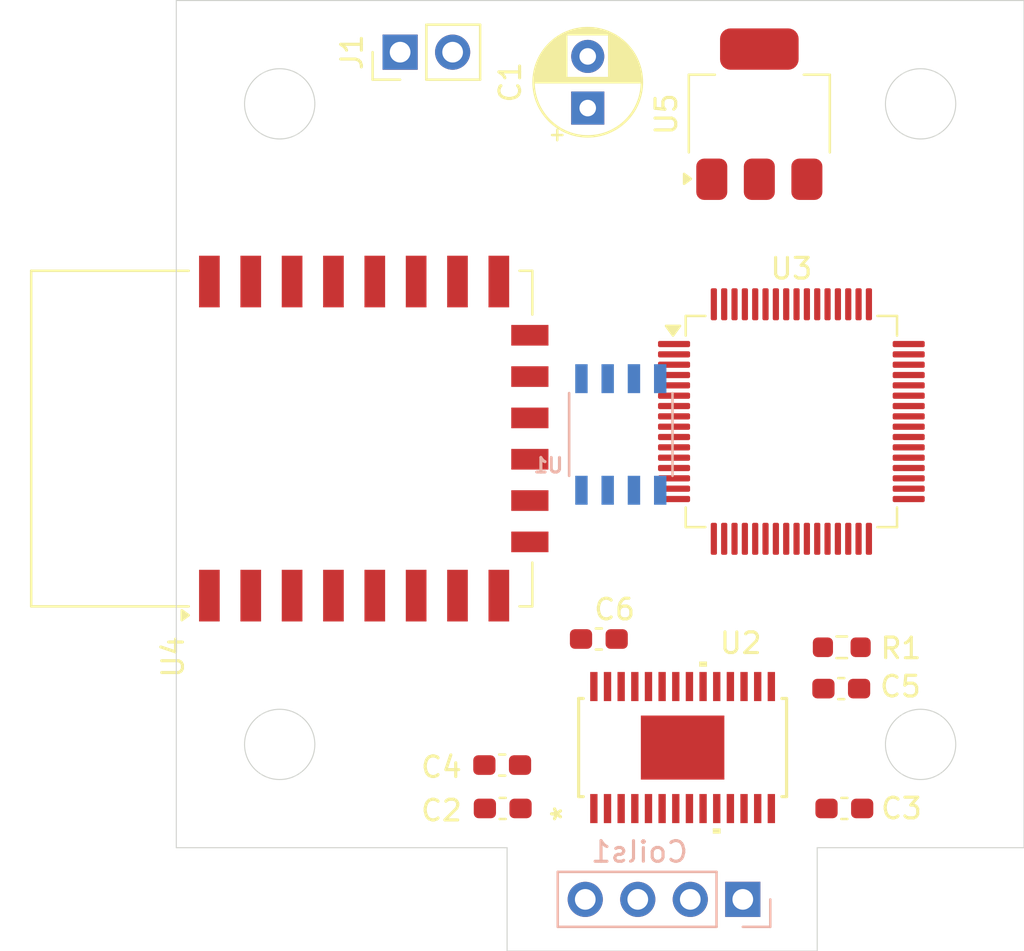
<source format=kicad_pcb>
(kicad_pcb (version 20240108) (generator "pcbnew") (generator_version "8.0")
  (layers (0 "F.Cu" signal) (31 "B.Cu" signal) (34 "B.Paste" user) (35 "F.Paste" user) (36 "B.SilkS" user "B.Silkscreen") (37 "F.SilkS" user "F.Silkscreen") (38 "B.Mask" user) (39 "F.Mask" user) (44 "Edge.Cuts" user))
  (net 0 "")
  (net 15 "nFault")
  (net 16 "DRV-STLREP")
  (net 17 "DRV-STEP")
  (net 18 "DRV-AOUT2")
  (net 19 "DRV-TRQ_CNT{slash}STL_TH")
  (net 20 "DRV-BOUT1")
  (net 21 "DRV-AOUT1")
  (net 22 "DRV-DIR")
  (net 23 "DRV-M0")
  (net 24 "DRV-NSLEEP")
  (net 25 "DRV-BOUT2")
  (net 26 "DRV-VREF")
  (net 27 "DRV-STL_MODE")
  (net 28 "DRV-M1")
  (net 29 "DRV-ENABLE")
  (net 53 "Net-(U3-VSS-Pad18)")
  (net 116 "GND")
  (net 117 "VDD")
  (net 118 "Net-(U2-VCP)")
  (net 119 "Net-(U2-DVDD)")
  (net 120 "Net-(U2-CPH)")
  (net 121 "Net-(U2-CPL)")
  (footprint "Package_QFP:LQFP-64_10x10mm_P0.5mm" (layer "F.Cu") (at 124.75 75.375)
    (property "Reference" "U3" (at 0 -7.4 0) (layer "F.SilkS"))
    (property "Value" "STM32L476RGTx")
    (fp_line (start -5.11 -5.11) (end -5.11 -4.16) (stroke (width 0.12)) (layer "F.SilkS"))
    (fp_line (start -5.11 5.11) (end -5.11 4.16) (stroke (width 0.12)) (layer "F.SilkS"))
    (fp_line (start -4.16 -5.11) (end -5.11 -5.11) (stroke (width 0.12)) (layer "F.SilkS"))
    (fp_line (start -4.16 5.11) (end -5.11 5.11) (stroke (width 0.12)) (layer "F.SilkS"))
    (fp_line (start 4.16 -5.11) (end 5.11 -5.11) (stroke (width 0.12)) (layer "F.SilkS"))
    (fp_line (start 4.16 5.11) (end 5.11 5.11) (stroke (width 0.12)) (layer "F.SilkS"))
    (fp_line (start 5.11 -5.11) (end 5.11 -4.16) (stroke (width 0.12)) (layer "F.SilkS"))
    (fp_line (start 5.11 5.11) (end 5.11 4.16) (stroke (width 0.12)) (layer "F.SilkS"))
    (fp_poly (pts (xy -5.725 -4.16) (xy -6.065 -4.63) (xy -5.385 -4.63) (xy -5.725 -4.16)) (stroke (width 0.12)) (fill solid) (layer "F.SilkS"))
    (pad "1" smd roundrect (at -5.675 -3.75) (size 1.55 0.3) (layers "F.Cu" "F.Paste" "F.Mask"))
    (pad "2" smd roundrect (at -5.675 -3.25) (size 1.55 0.3) (layers "F.Cu" "F.Paste" "F.Mask"))
    (pad "3" smd roundrect (at -5.675 -2.75) (size 1.55 0.3) (layers "F.Cu" "F.Paste" "F.Mask"))
    (pad "4" smd roundrect (at -5.675 -2.25) (size 1.55 0.3) (layers "F.Cu" "F.Paste" "F.Mask"))
    (pad "5" smd roundrect (at -5.675 -1.75) (size 1.55 0.3) (layers "F.Cu" "F.Paste" "F.Mask"))
    (pad "6" smd roundrect (at -5.675 -1.25) (size 1.55 0.3) (layers "F.Cu" "F.Paste" "F.Mask"))
    (pad "7" smd roundrect (at -5.675 -0.75) (size 1.55 0.3) (layers "F.Cu" "F.Paste" "F.Mask"))
    (pad "8" smd roundrect (at -5.675 -0.25) (size 1.55 0.3) (layers "F.Cu" "F.Paste" "F.Mask"))
    (pad "9" smd roundrect (at -5.675 0.25) (size 1.55 0.3) (layers "F.Cu" "F.Paste" "F.Mask"))
    (pad "10" smd roundrect (at -5.675 0.75) (size 1.55 0.3) (layers "F.Cu" "F.Paste" "F.Mask"))
    (pad "11" smd roundrect (at -5.675 1.25) (size 1.55 0.3) (layers "F.Cu" "F.Paste" "F.Mask"))
    (pad "12" smd roundrect (at -5.675 1.75) (size 1.55 0.3) (layers "F.Cu" "F.Paste" "F.Mask"))
    (pad "13" smd roundrect (at -5.675 2.25) (size 1.55 0.3) (layers "F.Cu" "F.Paste" "F.Mask"))
    (pad "14" smd roundrect (at -5.675 2.75) (size 1.55 0.3) (layers "F.Cu" "F.Paste" "F.Mask"))
    (pad "15" smd roundrect (at -5.675 3.25) (size 1.55 0.3) (layers "F.Cu" "F.Paste" "F.Mask"))
    (pad "16" smd roundrect (at -5.675 3.75) (size 1.55 0.3) (layers "F.Cu" "F.Paste" "F.Mask"))
    (pad "17" smd roundrect (at -3.75 5.675) (size 0.3 1.55) (layers "F.Cu" "F.Paste" "F.Mask"))
    (pad "18" smd roundrect (at -3.25 5.675) (size 0.3 1.55) (layers "F.Cu" "F.Paste" "F.Mask") (net 53 "Net-(U3-VSS-Pad18)"))
    (pad "19" smd roundrect (at -2.75 5.675) (size 0.3 1.55) (layers "F.Cu" "F.Paste" "F.Mask"))
    (pad "20" smd roundrect (at -2.25 5.675) (size 0.3 1.55) (layers "F.Cu" "F.Paste" "F.Mask"))
    (pad "21" smd roundrect (at -1.75 5.675) (size 0.3 1.55) (layers "F.Cu" "F.Paste" "F.Mask"))
    (pad "22" smd roundrect (at -1.25 5.675) (size 0.3 1.55) (layers "F.Cu" "F.Paste" "F.Mask"))
    (pad "23" smd roundrect (at -0.75 5.675) (size 0.3 1.55) (layers "F.Cu" "F.Paste" "F.Mask"))
    (pad "24" smd roundrect (at -0.25 5.675) (size 0.3 1.55) (layers "F.Cu" "F.Paste" "F.Mask"))
    (pad "25" smd roundrect (at 0.25 5.675) (size 0.3 1.55) (layers "F.Cu" "F.Paste" "F.Mask"))
    (pad "26" smd roundrect (at 0.75 5.675) (size 0.3 1.55) (layers "F.Cu" "F.Paste" "F.Mask"))
    (pad "27" smd roundrect (at 1.25 5.675) (size 0.3 1.55) (layers "F.Cu" "F.Paste" "F.Mask"))
    (pad "28" smd roundrect (at 1.75 5.675) (size 0.3 1.55) (layers "F.Cu" "F.Paste" "F.Mask"))
    (pad "29" smd roundrect (at 2.25 5.675) (size 0.3 1.55) (layers "F.Cu" "F.Paste" "F.Mask"))
    (pad "30" smd roundrect (at 2.75 5.675) (size 0.3 1.55) (layers "F.Cu" "F.Paste" "F.Mask"))
    (pad "31" smd roundrect (at 3.25 5.675) (size 0.3 1.55) (layers "F.Cu" "F.Paste" "F.Mask") (net 53 "Net-(U3-VSS-Pad18)"))
    (pad "32" smd roundrect (at 3.75 5.675) (size 0.3 1.55) (layers "F.Cu" "F.Paste" "F.Mask"))
    (pad "33" smd roundrect (at 5.675 3.75) (size 1.55 0.3) (layers "F.Cu" "F.Paste" "F.Mask"))
    (pad "34" smd roundrect (at 5.675 3.25) (size 1.55 0.3) (layers "F.Cu" "F.Paste" "F.Mask"))
    (pad "35" smd roundrect (at 5.675 2.75) (size 1.55 0.3) (layers "F.Cu" "F.Paste" "F.Mask"))
    (pad "36" smd roundrect (at 5.675 2.25) (size 1.55 0.3) (layers "F.Cu" "F.Paste" "F.Mask"))
    (pad "37" smd roundrect (at 5.675 1.75) (size 1.55 0.3) (layers "F.Cu" "F.Paste" "F.Mask"))
    (pad "38" smd roundrect (at 5.675 1.25) (size 1.55 0.3) (layers "F.Cu" "F.Paste" "F.Mask"))
    (pad "39" smd roundrect (at 5.675 0.75) (size 1.55 0.3) (layers "F.Cu" "F.Paste" "F.Mask"))
    (pad "40" smd roundrect (at 5.675 0.25) (size 1.55 0.3) (layers "F.Cu" "F.Paste" "F.Mask"))
    (pad "41" smd roundrect (at 5.675 -0.25) (size 1.55 0.3) (layers "F.Cu" "F.Paste" "F.Mask"))
    (pad "42" smd roundrect (at 5.675 -0.75) (size 1.55 0.3) (layers "F.Cu" "F.Paste" "F.Mask"))
    (pad "43" smd roundrect (at 5.675 -1.25) (size 1.55 0.3) (layers "F.Cu" "F.Paste" "F.Mask"))
    (pad "44" smd roundrect (at 5.675 -1.75) (size 1.55 0.3) (layers "F.Cu" "F.Paste" "F.Mask"))
    (pad "45" smd roundrect (at 5.675 -2.25) (size 1.55 0.3) (layers "F.Cu" "F.Paste" "F.Mask"))
    (pad "46" smd roundrect (at 5.675 -2.75) (size 1.55 0.3) (layers "F.Cu" "F.Paste" "F.Mask"))
    (pad "47" smd roundrect (at 5.675 -3.25) (size 1.55 0.3) (layers "F.Cu" "F.Paste" "F.Mask") (net 53 "Net-(U3-VSS-Pad18)"))
    (pad "48" smd roundrect (at 5.675 -3.75) (size 1.55 0.3) (layers "F.Cu" "F.Paste" "F.Mask"))
    (pad "49" smd roundrect (at 3.75 -5.675) (size 0.3 1.55) (layers "F.Cu" "F.Paste" "F.Mask"))
    (pad "50" smd roundrect (at 3.25 -5.675) (size 0.3 1.55) (layers "F.Cu" "F.Paste" "F.Mask"))
    (pad "51" smd roundrect (at 2.75 -5.675) (size 0.3 1.55) (layers "F.Cu" "F.Paste" "F.Mask"))
    (pad "52" smd roundrect (at 2.25 -5.675) (size 0.3 1.55) (layers "F.Cu" "F.Paste" "F.Mask"))
    (pad "53" smd roundrect (at 1.75 -5.675) (size 0.3 1.55) (layers "F.Cu" "F.Paste" "F.Mask"))
    (pad "54" smd roundrect (at 1.25 -5.675) (size 0.3 1.55) (layers "F.Cu" "F.Paste" "F.Mask"))
    (pad "55" smd roundrect (at 0.75 -5.675) (size 0.3 1.55) (layers "F.Cu" "F.Paste" "F.Mask"))
    (pad "56" smd roundrect (at 0.25 -5.675) (size 0.3 1.55) (layers "F.Cu" "F.Paste" "F.Mask"))
    (pad "57" smd roundrect (at -0.25 -5.675) (size 0.3 1.55) (layers "F.Cu" "F.Paste" "F.Mask"))
    (pad "58" smd roundrect (at -0.75 -5.675) (size 0.3 1.55) (layers "F.Cu" "F.Paste" "F.Mask"))
    (pad "59" smd roundrect (at -1.25 -5.675) (size 0.3 1.55) (layers "F.Cu" "F.Paste" "F.Mask"))
    (pad "60" smd roundrect (at -1.75 -5.675) (size 0.3 1.55) (layers "F.Cu" "F.Paste" "F.Mask"))
    (pad "61" smd roundrect (at -2.25 -5.675) (size 0.3 1.55) (layers "F.Cu" "F.Paste" "F.Mask"))
    (pad "62" smd roundrect (at -2.75 -5.675) (size 0.3 1.55) (layers "F.Cu" "F.Paste" "F.Mask"))
    (pad "63" smd roundrect (at -3.25 -5.675) (size 0.3 1.55) (layers "F.Cu" "F.Paste" "F.Mask") (net 53 "Net-(U3-VSS-Pad18)"))
    (pad "64" smd roundrect (at -3.75 -5.675) (size 0.3 1.55) (layers "F.Cu" "F.Paste" "F.Mask"))
  )
  (footprint "RF_Module:ESP-12E" (layer "F.Cu") (at 100.1 76.2 90)
    (property "Reference" "U4" (at -10.56 -5.26 -90) (layer "F.SilkS"))
    (property "Value" "ESP-12F")
    (fp_line (start 8.12 -12.12) (end 8.12 -4.5) (stroke (width 0.12)) (layer "F.SilkS"))
    (fp_line (start -8.12 -12.12) (end 8.12 -12.12) (stroke (width 0.12)) (layer "F.SilkS"))
    (fp_line (start -8.12 -4.5) (end -8.12 -12.12) (stroke (width 0.12)) (layer "F.SilkS"))
    (fp_line (start 8.12 11.5) (end 8.12 12.12) (stroke (width 0.12)) (layer "F.SilkS"))
    (fp_line (start 8.12 12.12) (end 6 12.12) (stroke (width 0.12)) (layer "F.SilkS"))
    (fp_line (start -6 12.12) (end -8.12 12.12) (stroke (width 0.12)) (layer "F.SilkS"))
    (fp_line (start -8.12 12.12) (end -8.12 11.5) (stroke (width 0.12)) (layer "F.SilkS"))
    (fp_poly (pts (xy -8.55 -4.5) (xy -8.79 -4.836) (xy -8.31 -4.836) (xy -8.55 -4.5)) (stroke (width 0.12)) (fill solid) (layer "F.SilkS"))
    (pad "1" smd rect (at -7.6 -3.5 90) (size 2.5 1) (layers "F.Cu" "F.Paste" "F.Mask"))
    (pad "2" smd rect (at -7.6 -1.5 90) (size 2.5 1) (layers "F.Cu" "F.Paste" "F.Mask"))
    (pad "3" smd rect (at -7.6 0.5 90) (size 2.5 1) (layers "F.Cu" "F.Paste" "F.Mask"))
    (pad "4" smd rect (at -7.6 2.5 90) (size 2.5 1) (layers "F.Cu" "F.Paste" "F.Mask"))
    (pad "5" smd rect (at -7.6 4.5 90) (size 2.5 1) (layers "F.Cu" "F.Paste" "F.Mask"))
    (pad "6" smd rect (at -7.6 6.5 90) (size 2.5 1) (layers "F.Cu" "F.Paste" "F.Mask"))
    (pad "7" smd rect (at -7.6 8.5 90) (size 2.5 1) (layers "F.Cu" "F.Paste" "F.Mask"))
    (pad "8" smd rect (at -7.6 10.5 90) (size 2.5 1) (layers "F.Cu" "F.Paste" "F.Mask"))
    (pad "9" smd rect (at -5 12 90) (size 1 1.8) (layers "F.Cu" "F.Paste" "F.Mask"))
    (pad "10" smd rect (at -3 12 90) (size 1 1.8) (layers "F.Cu" "F.Paste" "F.Mask"))
    (pad "11" smd rect (at -1 12 90) (size 1 1.8) (layers "F.Cu" "F.Paste" "F.Mask"))
    (pad "12" smd rect (at 1 12 90) (size 1 1.8) (layers "F.Cu" "F.Paste" "F.Mask"))
    (pad "13" smd rect (at 3 12 90) (size 1 1.8) (layers "F.Cu" "F.Paste" "F.Mask"))
    (pad "14" smd rect (at 5 12 90) (size 1 1.8) (layers "F.Cu" "F.Paste" "F.Mask"))
    (pad "15" smd rect (at 7.6 10.5 90) (size 2.5 1) (layers "F.Cu" "F.Paste" "F.Mask"))
    (pad "16" smd rect (at 7.6 8.5 90) (size 2.5 1) (layers "F.Cu" "F.Paste" "F.Mask"))
    (pad "17" smd rect (at 7.6 6.5 90) (size 2.5 1) (layers "F.Cu" "F.Paste" "F.Mask"))
    (pad "18" smd rect (at 7.6 4.5 90) (size 2.5 1) (layers "F.Cu" "F.Paste" "F.Mask"))
    (pad "19" smd rect (at 7.6 2.5 90) (size 2.5 1) (layers "F.Cu" "F.Paste" "F.Mask"))
    (pad "20" smd rect (at 7.6 0.5 90) (size 2.5 1) (layers "F.Cu" "F.Paste" "F.Mask"))
    (pad "21" smd rect (at 7.6 -1.5 90) (size 2.5 1) (layers "F.Cu" "F.Paste" "F.Mask"))
    (pad "22" smd rect (at 7.6 -3.5 90) (size 2.5 1) (layers "F.Cu" "F.Paste" "F.Mask"))
  )
  (footprint "Connector_PinHeader_2.54mm:PinHeader_1x02_P2.54mm_Vertical" (layer "F.Cu") (at 105.825 57.5 90)
    (property "Reference" "J1" (at 0 -2.33 -90) (layer "F.SilkS"))
    (property "Value" "Conn_01x02_Pin" (hide yes))
    (fp_line (start -1.33 -1.33) (end 0 -1.33) (stroke (width 0.12)) (layer "F.SilkS"))
    (fp_line (start -1.33 0) (end -1.33 -1.33) (stroke (width 0.12)) (layer "F.SilkS"))
    (fp_line (start 1.33 1.27) (end 1.33 3.87) (stroke (width 0.12)) (layer "F.SilkS"))
    (fp_line (start -1.33 1.27) (end 1.33 1.27) (stroke (width 0.12)) (layer "F.SilkS"))
    (fp_line (start -1.33 1.27) (end -1.33 3.87) (stroke (width 0.12)) (layer "F.SilkS"))
    (fp_line (start -1.33 3.87) (end 1.33 3.87) (stroke (width 0.12)) (layer "F.SilkS"))
    (pad "1" thru_hole rect (at 0 0 90) (size 1.7 1.7) (drill 1) (layers "*.Cu" "*.Mask"))
    (pad "2" thru_hole oval (at 0 2.54 90) (size 1.7 1.7) (drill 1) (layers "*.Cu" "*.Mask"))
  )
  (footprint "Capacitor_SMD:C_0603_1608Metric_Pad1.08x0.95mm_HandSolder" (layer "F.Cu") (at 115.4375 85.9)
    (property "Reference" "C6" (at 0.7625 -1.43 0) (layer "F.SilkS"))
    (property "Value" "0.47uF" (hide yes))
    (fp_line (start -0.146267 -0.51) (end 0.146267 -0.51) (stroke (width 0.12)) (layer "F.SilkS"))
    (fp_line (start -0.146267 0.51) (end 0.146267 0.51) (stroke (width 0.12)) (layer "F.SilkS"))
    (pad "1" smd roundrect (at -0.8625 0) (size 1.075 0.95) (layers "F.Cu" "F.Paste" "F.Mask") (net 120 "Net-(U2-CPH)"))
    (pad "2" smd roundrect (at 0.8625 0) (size 1.075 0.95) (layers "F.Cu" "F.Paste" "F.Mask") (net 121 "Net-(U2-CPL)"))
  )
  (footprint "Capacitor_SMD:C_0603_1608Metric_Pad1.08x0.95mm_HandSolder" (layer "F.Cu") (at 110.7625 92)
    (property "Reference" "C4" (at -2.9375 0.1 180) (layer "F.SilkS"))
    (property "Value" "0.22uF" (hide yes))
    (fp_line (start -0.146267 -0.51) (end 0.146267 -0.51) (stroke (width 0.12)) (layer "F.SilkS"))
    (fp_line (start -0.146267 0.51) (end 0.146267 0.51) (stroke (width 0.12)) (layer "F.SilkS"))
    (pad "1" smd roundrect (at -0.8625 0) (size 1.075 0.95) (layers "F.Cu" "F.Paste" "F.Mask") (net 117 "VDD"))
    (pad "2" smd roundrect (at 0.8625 0) (size 1.075 0.95) (layers "F.Cu" "F.Paste" "F.Mask") (net 118 "Net-(U2-VCP)"))
  )
  (footprint "Capacitor_THT:CP_Radial_D5.0mm_P2.50mm" (layer "F.Cu") (at 114.9 60.205113 90)
    (property "Reference" "C1" (at 1.25 -3.75 -90) (layer "F.SilkS"))
    (property "Value" "10uF" (hide yes))
    (fp_line (start 1.29 -2.58) (end 1.29 2.58) (stroke (width 0.12)) (layer "F.SilkS"))
    (fp_line (start 1.25 -2.58) (end 1.25 2.58) (stroke (width 0.12)) (layer "F.SilkS"))
    (fp_line (start 1.33 -2.579) (end 1.33 2.579) (stroke (width 0.12)) (layer "F.SilkS"))
    (fp_line (start 1.37 -2.578) (end 1.37 2.578) (stroke (width 0.12)) (layer "F.SilkS"))
    (fp_line (start 1.41 -2.576) (end 1.41 2.576) (stroke (width 0.12)) (layer "F.SilkS"))
    (fp_line (start 1.45 -2.573) (end 1.45 2.573) (stroke (width 0.12)) (layer "F.SilkS"))
    (fp_line (start 1.49 -2.569) (end 1.49 -1.04) (stroke (width 0.12)) (layer "F.SilkS"))
    (fp_line (start 1.53 -2.565) (end 1.53 -1.04) (stroke (width 0.12)) (layer "F.SilkS"))
    (fp_line (start 1.57 -2.561) (end 1.57 -1.04) (stroke (width 0.12)) (layer "F.SilkS"))
    (fp_line (start 1.61 -2.556) (end 1.61 -1.04) (stroke (width 0.12)) (layer "F.SilkS"))
    (fp_line (start 1.65 -2.55) (end 1.65 -1.04) (stroke (width 0.12)) (layer "F.SilkS"))
    (fp_line (start 1.69 -2.543) (end 1.69 -1.04) (stroke (width 0.12)) (layer "F.SilkS"))
    (fp_line (start 1.73 -2.536) (end 1.73 -1.04) (stroke (width 0.12)) (layer "F.SilkS"))
    (fp_line (start 1.77 -2.528) (end 1.77 -1.04) (stroke (width 0.12)) (layer "F.SilkS"))
    (fp_line (start 1.81 -2.52) (end 1.81 -1.04) (stroke (width 0.12)) (layer "F.SilkS"))
    (fp_line (start 1.85 -2.511) (end 1.85 -1.04) (stroke (width 0.12)) (layer "F.SilkS"))
    (fp_line (start 1.89 -2.501) (end 1.89 -1.04) (stroke (width 0.12)) (layer "F.SilkS"))
    (fp_line (start 1.93 -2.491) (end 1.93 -1.04) (stroke (width 0.12)) (layer "F.SilkS"))
    (fp_line (start 1.971 -2.48) (end 1.971 -1.04) (stroke (width 0.12)) (layer "F.SilkS"))
    (fp_line (start 2.011 -2.468) (end 2.011 -1.04) (stroke (width 0.12)) (layer "F.SilkS"))
    (fp_line (start 2.051 -2.455) (end 2.051 -1.04) (stroke (width 0.12)) (layer "F.SilkS"))
    (fp_line (start 2.091 -2.442) (end 2.091 -1.04) (stroke (width 0.12)) (layer "F.SilkS"))
    (fp_line (start 2.131 -2.428) (end 2.131 -1.04) (stroke (width 0.12)) (layer "F.SilkS"))
    (fp_line (start 2.171 -2.414) (end 2.171 -1.04) (stroke (width 0.12)) (layer "F.SilkS"))
    (fp_line (start 2.211 -2.398) (end 2.211 -1.04) (stroke (width 0.12)) (layer "F.SilkS"))
    (fp_line (start 2.251 -2.382) (end 2.251 -1.04) (stroke (width 0.12)) (layer "F.SilkS"))
    (fp_line (start 2.291 -2.365) (end 2.291 -1.04) (stroke (width 0.12)) (layer "F.SilkS"))
    (fp_line (start 2.331 -2.348) (end 2.331 -1.04) (stroke (width 0.12)) (layer "F.SilkS"))
    (fp_line (start 2.371 -2.329) (end 2.371 -1.04) (stroke (width 0.12)) (layer "F.SilkS"))
    (fp_line (start 2.411 -2.31) (end 2.411 -1.04) (stroke (width 0.12)) (layer "F.SilkS"))
    (fp_line (start 2.451 -2.29) (end 2.451 -1.04) (stroke (width 0.12)) (layer "F.SilkS"))
    (fp_line (start 2.491 -2.268) (end 2.491 -1.04) (stroke (width 0.12)) (layer "F.SilkS"))
    (fp_line (start 2.531 -2.247) (end 2.531 -1.04) (stroke (width 0.12)) (layer "F.SilkS"))
    (fp_line (start 2.571 -2.224) (end 2.571 -1.04) (stroke (width 0.12)) (layer "F.SilkS"))
    (fp_line (start 2.611 -2.2) (end 2.611 -1.04) (stroke (width 0.12)) (layer "F.SilkS"))
    (fp_line (start 2.651 -2.175) (end 2.651 -1.04) (stroke (width 0.12)) (layer "F.SilkS"))
    (fp_line (start 2.691 -2.149) (end 2.691 -1.04) (stroke (width 0.12)) (layer "F.SilkS"))
    (fp_line (start 2.731 -2.122) (end 2.731 -1.04) (stroke (width 0.12)) (layer "F.SilkS"))
    (fp_line (start 2.771 -2.095) (end 2.771 -1.04) (stroke (width 0.12)) (layer "F.SilkS"))
    (fp_line (start 2.811 -2.065) (end 2.811 -1.04) (stroke (width 0.12)) (layer "F.SilkS"))
    (fp_line (start 2.851 -2.035) (end 2.851 -1.04) (stroke (width 0.12)) (layer "F.SilkS"))
    (fp_line (start 2.891 -2.004) (end 2.891 -1.04) (stroke (width 0.12)) (layer "F.SilkS"))
    (fp_line (start 2.931 -1.971) (end 2.931 -1.04) (stroke (width 0.12)) (layer "F.SilkS"))
    (fp_line (start 2.971 -1.937) (end 2.971 -1.04) (stroke (width 0.12)) (layer "F.SilkS"))
    (fp_line (start 3.011 -1.901) (end 3.011 -1.04) (stroke (width 0.12)) (layer "F.SilkS"))
    (fp_line (start 3.051 -1.864) (end 3.051 -1.04) (stroke (width 0.12)) (layer "F.SilkS"))
    (fp_line (start 3.091 -1.826) (end 3.091 -1.04) (stroke (width 0.12)) (layer "F.SilkS"))
    (fp_line (start 3.131 -1.785) (end 3.131 -1.04) (stroke (width 0.12)) (layer "F.SilkS"))
    (fp_line (start 3.171 -1.743) (end 3.171 -1.04) (stroke (width 0.12)) (layer "F.SilkS"))
    (fp_line (start -1.304775 -1.725) (end -1.304775 -1.225) (stroke (width 0.12)) (layer "F.SilkS"))
    (fp_line (start 3.211 -1.699) (end 3.211 -1.04) (stroke (width 0.12)) (layer "F.SilkS"))
    (fp_line (start 3.251 -1.653) (end 3.251 -1.04) (stroke (width 0.12)) (layer "F.SilkS"))
    (fp_line (start 3.291 -1.605) (end 3.291 -1.04) (stroke (width 0.12)) (layer "F.SilkS"))
    (fp_line (start 3.331 -1.554) (end 3.331 -1.04) (stroke (width 0.12)) (layer "F.SilkS"))
    (fp_line (start 3.371 -1.5) (end 3.371 -1.04) (stroke (width 0.12)) (layer "F.SilkS"))
    (fp_line (start -1.554775 -1.475) (end -1.054775 -1.475) (stroke (width 0.12)) (layer "F.SilkS"))
    (fp_line (start 3.411 -1.443) (end 3.411 -1.04) (stroke (width 0.12)) (layer "F.SilkS"))
    (fp_line (start 3.451 -1.383) (end 3.451 -1.04) (stroke (width 0.12)) (layer "F.SilkS"))
    (fp_line (start 3.491 -1.319) (end 3.491 -1.04) (stroke (width 0.12)) (layer "F.SilkS"))
    (fp_line (start 3.531 -1.251) (end 3.531 -1.04) (stroke (width 0.12)) (layer "F.SilkS"))
    (fp_line (start 3.571 -1.178) (end 3.571 1.178) (stroke (width 0.12)) (layer "F.SilkS"))
    (fp_line (start 3.611 -1.098) (end 3.611 1.098) (stroke (width 0.12)) (layer "F.SilkS"))
    (fp_line (start 3.651 -1.011) (end 3.651 1.011) (stroke (width 0.12)) (layer "F.SilkS"))
    (fp_line (start 3.691 -0.915) (end 3.691 0.915) (stroke (width 0.12)) (layer "F.SilkS"))
    (fp_line (start 3.731 -0.805) (end 3.731 0.805) (stroke (width 0.12)) (layer "F.SilkS"))
    (fp_line (start 3.771 -0.677) (end 3.771 0.677) (stroke (width 0.12)) (layer "F.SilkS"))
    (fp_line (start 3.811 -0.518) (end 3.811 0.518) (stroke (width 0.12)) (layer "F.SilkS"))
    (fp_line (start 3.851 -0.284) (end 3.851 0.284) (stroke (width 0.12)) (layer "F.SilkS"))
    (fp_line (start 3.531 1.04) (end 3.531 1.251) (stroke (width 0.12)) (layer "F.SilkS"))
    (fp_line (start 3.491 1.04) (end 3.491 1.319) (stroke (width 0.12)) (layer "F.SilkS"))
    (fp_line (start 3.451 1.04) (end 3.451 1.383) (stroke (width 0.12)) (layer "F.SilkS"))
    (fp_line (start 3.411 1.04) (end 3.411 1.443) (stroke (width 0.12)) (layer "F.SilkS"))
    (fp_line (start 3.371 1.04) (end 3.371 1.5) (stroke (width 0.12)) (layer "F.SilkS"))
    (fp_line (start 3.331 1.04) (end 3.331 1.554) (stroke (width 0.12)) (layer "F.SilkS"))
    (fp_line (start 3.291 1.04) (end 3.291 1.605) (stroke (width 0.12)) (layer "F.SilkS"))
    (fp_line (start 3.251 1.04) (end 3.251 1.653) (stroke (width 0.12)) (layer "F.SilkS"))
    (fp_line (start 3.211 1.04) (end 3.211 1.699) (stroke (width 0.12)) (layer "F.SilkS"))
    (fp_line (start 3.171 1.04) (end 3.171 1.743) (stroke (width 0.12)) (layer "F.SilkS"))
    (fp_line (start 3.131 1.04) (end 3.131 1.785) (stroke (width 0.12)) (layer "F.SilkS"))
    (fp_line (start 3.091 1.04) (end 3.091 1.826) (stroke (width 0.12)) (layer "F.SilkS"))
    (fp_line (start 3.051 1.04) (end 3.051 1.864) (stroke (width 0.12)) (layer "F.SilkS"))
    (fp_line (start 3.011 1.04) (end 3.011 1.901) (stroke (width 0.12)) (layer "F.SilkS"))
    (fp_line (start 2.971 1.04) (end 2.971 1.937) (stroke (width 0.12)) (layer "F.SilkS"))
    (fp_line (start 2.931 1.04) (end 2.931 1.971) (stroke (width 0.12)) (layer "F.SilkS"))
    (fp_line (start 2.891 1.04) (end 2.891 2.004) (stroke (width 0.12)) (layer "F.SilkS"))
    (fp_line (start 2.851 1.04) (end 2.851 2.035) (stroke (width 0.12)) (layer "F.SilkS"))
    (fp_line (start 2.811 1.04) (end 2.811 2.065) (stroke (width 0.12)) (layer "F.SilkS"))
    (fp_line (start 2.771 1.04) (end 2.771 2.095) (stroke (width 0.12)) (layer "F.SilkS"))
    (fp_line (start 2.731 1.04) (end 2.731 2.122) (stroke (width 0.12)) (layer "F.SilkS"))
    (fp_line (start 2.691 1.04) (end 2.691 2.149) (stroke (width 0.12)) (layer "F.SilkS"))
    (fp_line (start 2.651 1.04) (end 2.651 2.175) (stroke (width 0.12)) (layer "F.SilkS"))
    (fp_line (start 2.611 1.04) (end 2.611 2.2) (stroke (width 0.12)) (layer "F.SilkS"))
    (fp_line (start 2.571 1.04) (end 2.571 2.224) (stroke (width 0.12)) (layer "F.SilkS"))
    (fp_line (start 2.531 1.04) (end 2.531 2.247) (stroke (width 0.12)) (layer "F.SilkS"))
    (fp_line (start 2.491 1.04) (end 2.491 2.268) (stroke (width 0.12)) (layer "F.SilkS"))
    (fp_line (start 2.451 1.04) (end 2.451 2.29) (stroke (width 0.12)) (layer "F.SilkS"))
    (fp_line (start 2.411 1.04) (end 2.411 2.31) (stroke (width 0.12)) (layer "F.SilkS"))
    (fp_line (start 2.371 1.04) (end 2.371 2.329) (stroke (width 0.12)) (layer "F.SilkS"))
    (fp_line (start 2.331 1.04) (end 2.331 2.348) (stroke (width 0.12)) (layer "F.SilkS"))
    (fp_line (start 2.291 1.04) (end 2.291 2.365) (stroke (width 0.12)) (layer "F.SilkS"))
    (fp_line (start 2.251 1.04) (end 2.251 2.382) (stroke (width 0.12)) (layer "F.SilkS"))
    (fp_line (start 2.211 1.04) (end 2.211 2.398) (stroke (width 0.12)) (layer "F.SilkS"))
    (fp_line (start 2.171 1.04) (end 2.171 2.414) (stroke (width 0.12)) (layer "F.SilkS"))
    (fp_line (start 2.131 1.04) (end 2.131 2.428) (stroke (width 0.12)) (layer "F.SilkS"))
    (fp_line (start 2.091 1.04) (end 2.091 2.442) (stroke (width 0.12)) (layer "F.SilkS"))
    (fp_line (start 2.051 1.04) (end 2.051 2.455) (stroke (width 0.12)) (layer "F.SilkS"))
    (fp_line (start 2.011 1.04) (end 2.011 2.468) (stroke (width 0.12)) (layer "F.SilkS"))
    (fp_line (start 1.971 1.04) (end 1.971 2.48) (stroke (width 0.12)) (layer "F.SilkS"))
    (fp_line (start 1.93 1.04) (end 1.93 2.491) (stroke (width 0.12)) (layer "F.SilkS"))
    (fp_line (start 1.89 1.04) (end 1.89 2.501) (stroke (width 0.12)) (layer "F.SilkS"))
    (fp_line (start 1.85 1.04) (end 1.85 2.511) (stroke (width 0.12)) (layer "F.SilkS"))
    (fp_line (start 1.81 1.04) (end 1.81 2.52) (stroke (width 0.12)) (layer "F.SilkS"))
    (fp_line (start 1.77 1.04) (end 1.77 2.528) (stroke (width 0.12)) (layer "F.SilkS"))
    (fp_line (start 1.73 1.04) (end 1.73 2.536) (stroke (width 0.12)) (layer "F.SilkS"))
    (fp_line (start 1.69 1.04) (end 1.69 2.543) (stroke (width 0.12)) (layer "F.SilkS"))
    (fp_line (start 1.65 1.04) (end 1.65 2.55) (stroke (width 0.12)) (layer "F.SilkS"))
    (fp_line (start 1.61 1.04) (end 1.61 2.556) (stroke (width 0.12)) (layer "F.SilkS"))
    (fp_line (start 1.57 1.04) (end 1.57 2.561) (stroke (width 0.12)) (layer "F.SilkS"))
    (fp_line (start 1.53 1.04) (end 1.53 2.565) (stroke (width 0.12)) (layer "F.SilkS"))
    (fp_line (start 1.49 1.04) (end 1.49 2.569) (stroke (width 0.12)) (layer "F.SilkS"))
    (fp_circle (center 1.25 0) (end 3.87 0) (stroke (width 0.12)) (fill none) (layer "F.SilkS"))
    (pad "1" thru_hole rect (at 0 0 90) (size 1.6 1.6) (drill 0.8) (layers "*.Cu" "*.Mask") (net 117 "VDD"))
    (pad "2" thru_hole circle (at 2.5 0 90) (size 1.6 1.6) (drill 0.8) (layers "*.Cu" "*.Mask") (net 116 "GND"))
  )
  (footprint "Capacitor_SMD:C_0603_1608Metric_Pad1.08x0.95mm_HandSolder" (layer "F.Cu") (at 127.3125 94.1)
    (property "Reference" "C3" (at 2.7625 0 0) (layer "F.SilkS"))
    (property "Value" "0.01uF" (hide yes))
    (fp_line (start -0.146267 -0.51) (end 0.146267 -0.51) (stroke (width 0.12)) (layer "F.SilkS"))
    (fp_line (start -0.146267 0.51) (end 0.146267 0.51) (stroke (width 0.12)) (layer "F.SilkS"))
    (pad "1" smd roundrect (at -0.8625 0) (size 1.075 0.95) (layers "F.Cu" "F.Paste" "F.Mask") (net 117 "VDD"))
    (pad "2" smd roundrect (at 0.8625 0) (size 1.075 0.95) (layers "F.Cu" "F.Paste" "F.Mask") (net 116 "GND"))
  )
  (footprint "Capacitor_SMD:C_0603_1608Metric_Pad1.08x0.95mm_HandSolder" (layer "F.Cu") (at 127.1625 88.3)
    (property "Reference" "C5" (at 2.8625 -0.1 0) (layer "F.SilkS"))
    (property "Value" "0.47uF" (hide yes))
    (fp_line (start -0.146267 -0.51) (end 0.146267 -0.51) (stroke (width 0.12)) (layer "F.SilkS"))
    (fp_line (start -0.146267 0.51) (end 0.146267 0.51) (stroke (width 0.12)) (layer "F.SilkS"))
    (pad "1" smd roundrect (at -0.8625 0) (size 1.075 0.95) (layers "F.Cu" "F.Paste" "F.Mask") (net 119 "Net-(U2-DVDD)"))
    (pad "2" smd roundrect (at 0.8625 0) (size 1.075 0.95) (layers "F.Cu" "F.Paste" "F.Mask") (net 116 "GND"))
  )
  (footprint "Capacitor_SMD:C_0603_1608Metric_Pad1.08x0.95mm_HandSolder" (layer "F.Cu") (at 110.7875 94.1 180)
    (property "Reference" "C2" (at 2.9625 -0.1 180) (layer "F.SilkS"))
    (property "Value" "0.01uF" (hide yes))
    (fp_line (start -0.146267 0.51) (end 0.146267 0.51) (stroke (width 0.12)) (layer "F.SilkS"))
    (fp_line (start -0.146267 -0.51) (end 0.146267 -0.51) (stroke (width 0.12)) (layer "F.SilkS"))
    (pad "1" smd roundrect (at -0.8625 0 180) (size 1.075 0.95) (layers "F.Cu" "F.Paste" "F.Mask") (net 117 "VDD"))
    (pad "2" smd roundrect (at 0.8625 0 180) (size 1.075 0.95) (layers "F.Cu" "F.Paste" "F.Mask") (net 116 "GND"))
  )
  (footprint "Resistor_SMD:R_0603_1608Metric_Pad0.98x0.95mm_HandSolder" (layer "F.Cu") (at 127.1875 86.3)
    (property "Reference" "R1" (at 2.8625 0.05 360) (layer "F.SilkS"))
    (property "Value" "10k" (hide yes))
    (fp_line (start -0.254724 -0.5225) (end 0.254724 -0.5225) (stroke (width 0.12)) (layer "F.SilkS"))
    (fp_line (start -0.254724 0.5225) (end 0.254724 0.5225) (stroke (width 0.12)) (layer "F.SilkS"))
    (pad "1" smd roundrect (at -0.9125 0) (size 0.975 0.95) (layers "F.Cu" "F.Paste" "F.Mask") (net 15 "nFault"))
    (pad "2" smd roundrect (at 0.9125 0) (size 0.975 0.95) (layers "F.Cu" "F.Paste" "F.Mask") (net 119 "Net-(U2-DVDD)"))
  )
  (footprint "drv8411:DRV8434APWPR_TEX" (layer "F.Cu") (at 119.4886 91.15275 90)
    (property "Reference" "U2" (at 5.05275 2.8114 0) (layer "F.SilkS"))
    (property "Value" "DRV8434APWPR" (hide yes))
    (fp_line (start 2.3749 -5.0292) (end -2.3749 -5.0292) (stroke (width 0.1524)) (layer "F.SilkS"))
    (fp_line (start -2.3749 -5.0292) (end -2.3749 -4.80314) (stroke (width 0.1524)) (layer "F.SilkS"))
    (fp_line (start 2.3749 -4.80314) (end 2.3749 -5.0292) (stroke (width 0.1524)) (layer "F.SilkS"))
    (fp_line (start -2.3749 4.80314) (end -2.3749 5.0292) (stroke (width 0.1524)) (layer "F.SilkS"))
    (fp_line (start 2.3749 5.0292) (end 2.3749 4.80314) (stroke (width 0.1524)) (layer "F.SilkS"))
    (fp_line (start -2.3749 5.0292) (end 2.3749 5.0292) (stroke (width 0.1524)) (layer "F.SilkS"))
    (fp_poly (pts (xy 4.1656 0.8001) (xy 4.1656 1.1811) (xy 3.9116 1.1811) (xy 3.9116 0.8001)) (fill solid) (layer "F.SilkS"))
    (fp_poly (pts (xy -4.1656 1.4605) (xy -4.1656 1.8415) (xy -3.9116 1.8415) (xy -3.9116 1.4605)) (fill solid) (layer "F.SilkS"))
    (fp_text user "*" (at -3.20675 -5.7912 -90) (layer "F.SilkS"))
    (fp_text user "*" (at -3.20675 -5.7912 90) (layer "F.SilkS"))
    (pad "1" smd rect (at -2.95275 -4.2926 90) (size 1.4097 0.3556) (layers "F.Cu" "F.Paste" "F.Mask") (net 118 "Net-(U2-VCP)"))
    (pad "2" smd rect (at -2.95275 -3.6322 90) (size 1.4097 0.3556) (layers "F.Cu" "F.Paste" "F.Mask") (net 117 "VDD"))
    (pad "3" smd rect (at -2.95275 -2.9718 90) (size 1.4097 0.3556) (layers "F.Cu" "F.Paste" "F.Mask") (net 116 "GND"))
    (pad "4" smd rect (at -2.95275 -2.3114 90) (size 1.4097 0.3556) (layers "F.Cu" "F.Paste" "F.Mask") (net 21 "DRV-AOUT1"))
    (pad "5" smd rect (at -2.95275 -1.651 90) (size 1.4097 0.3556) (layers "F.Cu" "F.Paste" "F.Mask") (net 21 "DRV-AOUT1"))
    (pad "6" smd rect (at -2.95275 -0.9906 90) (size 1.4097 0.3556) (layers "F.Cu" "F.Paste" "F.Mask") (net 18 "DRV-AOUT2"))
    (pad "7" smd rect (at -2.95275 -0.3302 90) (size 1.4097 0.3556) (layers "F.Cu" "F.Paste" "F.Mask") (net 18 "DRV-AOUT2"))
    (pad "8" smd rect (at -2.95275 0.3302 90) (size 1.4097 0.3556) (layers "F.Cu" "F.Paste" "F.Mask") (net 25 "DRV-BOUT2"))
    (pad "9" smd rect (at -2.95275 0.9906 90) (size 1.4097 0.3556) (layers "F.Cu" "F.Paste" "F.Mask") (net 25 "DRV-BOUT2"))
    (pad "10" smd rect (at -2.95275 1.651 90) (size 1.4097 0.3556) (layers "F.Cu" "F.Paste" "F.Mask") (net 20 "DRV-BOUT1"))
    (pad "11" smd rect (at -2.95275 2.3114 90) (size 1.4097 0.3556) (layers "F.Cu" "F.Paste" "F.Mask") (net 20 "DRV-BOUT1"))
    (pad "12" smd rect (at -2.95275 2.9718 90) (size 1.4097 0.3556) (layers "F.Cu" "F.Paste" "F.Mask") (net 116 "GND"))
    (pad "13" smd rect (at -2.95275 3.6322 90) (size 1.4097 0.3556) (layers "F.Cu" "F.Paste" "F.Mask") (net 117 "VDD"))
    (pad "14" smd rect (at -2.95275 4.2926 90) (size 1.4097 0.3556) (layers "F.Cu" "F.Paste" "F.Mask") (net 116 "GND"))
    (pad "15" smd rect (at 2.95275 4.2926 90) (size 1.4097 0.3556) (layers "F.Cu" "F.Paste" "F.Mask") (net 119 "Net-(U2-DVDD)"))
    (pad "16" smd rect (at 2.95275 3.6322 90) (size 1.4097 0.3556) (layers "F.Cu" "F.Paste" "F.Mask") (net 15 "nFault"))
    (pad "17" smd rect (at 2.95275 2.9718 90) (size 1.4097 0.3556) (layers "F.Cu" "F.Paste" "F.Mask") (net 26 "DRV-VREF"))
    (pad "18" smd rect (at 2.95275 2.3114 90) (size 1.4097 0.3556) (layers "F.Cu" "F.Paste" "F.Mask") (net 23 "DRV-M0"))
    (pad "19" smd rect (at 2.95275 1.651 90) (size 1.4097 0.3556) (layers "F.Cu" "F.Paste" "F.Mask") (net 16 "DRV-STLREP"))
    (pad "20" smd rect (at 2.95275 0.9906 90) (size 1.4097 0.3556) (layers "F.Cu" "F.Paste" "F.Mask") (net 19 "DRV-TRQ_CNT{slash}STL_TH"))
    (pad "21" smd rect (at 2.95275 0.3302 90) (size 1.4097 0.3556) (layers "F.Cu" "F.Paste" "F.Mask") (net 27 "DRV-STL_MODE"))
    (pad "22" smd rect (at 2.95275 -0.3302 90) (size 1.4097 0.3556) (layers "F.Cu" "F.Paste" "F.Mask") (net 28 "DRV-M1"))
    (pad "23" smd rect (at 2.95275 -0.9906 90) (size 1.4097 0.3556) (layers "F.Cu" "F.Paste" "F.Mask") (net 17 "DRV-STEP"))
    (pad "24" smd rect (at 2.95275 -1.651 90) (size 1.4097 0.3556) (layers "F.Cu" "F.Paste" "F.Mask") (net 22 "DRV-DIR"))
    (pad "25" smd rect (at 2.95275 -2.3114 90) (size 1.4097 0.3556) (layers "F.Cu" "F.Paste" "F.Mask") (net 29 "DRV-ENABLE"))
    (pad "26" smd rect (at 2.95275 -2.9718 90) (size 1.4097 0.3556) (layers "F.Cu" "F.Paste" "F.Mask") (net 24 "DRV-NSLEEP"))
    (pad "27" smd rect (at 2.95275 -3.6322 90) (size 1.4097 0.3556) (layers "F.Cu" "F.Paste" "F.Mask") (net 121 "Net-(U2-CPL)"))
    (pad "28" smd rect (at 2.95275 -4.2926 90) (size 1.4097 0.3556) (layers "F.Cu" "F.Paste" "F.Mask") (net 120 "Net-(U2-CPH)"))
    (pad "EPAD" smd rect (at 0 0 90) (size 3.0988 4.0386) (layers "F.Cu" "F.Mask") (net 116 "GND"))
  )
  (footprint "Package_TO_SOT_SMD:SOT-223-3_TabPin2" (layer "F.Cu") (at 123.2 60.5 90)
    (property "Reference" "U5" (at 0 -4.5 -90) (layer "F.SilkS"))
    (property "Value" "AMS1117")
    (fp_line (start 1.91 -3.41) (end 1.91 -2.15) (stroke (width 0.12)) (layer "F.SilkS"))
    (fp_line (start -1.85 -3.41) (end 1.91 -3.41) (stroke (width 0.12)) (layer "F.SilkS"))
    (fp_line (start 1.91 3.41) (end 1.91 2.15) (stroke (width 0.12)) (layer "F.SilkS"))
    (fp_line (start -1.85 3.41) (end 1.91 3.41) (stroke (width 0.12)) (layer "F.SilkS"))
    (fp_poly (pts (xy -3.13 -3.31) (xy -3.37 -3.64) (xy -2.89 -3.64) (xy -3.13 -3.31)) (stroke (width 0.12)) (fill solid) (layer "F.SilkS"))
    (pad "1" smd roundrect (at -3.15 -2.3 90) (size 2 1.5) (layers "F.Cu" "F.Paste" "F.Mask"))
    (pad "2" smd roundrect (at -3.15 0 90) (size 2 1.5) (layers "F.Cu" "F.Paste" "F.Mask"))
    (pad "2" smd roundrect (at 3.15 0 90) (size 2 3.8) (layers "F.Cu" "F.Paste" "F.Mask"))
    (pad "3" smd roundrect (at -3.15 2.3 90) (size 2 1.5) (layers "F.Cu" "F.Paste" "F.Mask"))
  )
  (footprint "libraries:AS5600" (layer "B.Cu") (at 116.5 76 180)
    (property "Reference" "U1" (at 3.5 -1.5 180) (layer "B.SilkS") (effects (font (size 0.7 0.7)) (justify mirror)))
    (property "Value" "AS5600")
    (fp_line (start 2.5 -2) (end 2.5 2) (stroke (width 0.127)) (layer "B.SilkS"))
    (fp_line (start -2.5 2) (end -2.5 -2) (stroke (width 0.127)) (layer "B.SilkS"))
    (pad "1" smd rect (at -1.905 -2.7 90) (size 1.4 0.6) (layers "B.Cu" "B.Paste" "B.Mask"))
    (pad "2" smd rect (at -0.635 -2.7 90) (size 1.4 0.6) (layers "B.Cu" "B.Paste" "B.Mask"))
    (pad "3" smd rect (at 0.635 -2.7 90) (size 1.4 0.6) (layers "B.Cu" "B.Paste" "B.Mask"))
    (pad "4" smd rect (at 1.905 -2.7 90) (size 1.4 0.6) (layers "B.Cu" "B.Paste" "B.Mask"))
    (pad "5" smd rect (at 1.905 2.7 90) (size 1.4 0.6) (layers "B.Cu" "B.Paste" "B.Mask"))
    (pad "6" smd rect (at 0.635 2.7 90) (size 1.4 0.6) (layers "B.Cu" "B.Paste" "B.Mask"))
    (pad "7" smd rect (at -0.635 2.7 90) (size 1.4 0.6) (layers "B.Cu" "B.Paste" "B.Mask"))
    (pad "8" smd rect (at -1.905 2.7 90) (size 1.4 0.6) (layers "B.Cu" "B.Paste" "B.Mask"))
  )
  (footprint "Connector_PinHeader_2.54mm:PinHeader_1x04_P2.54mm_Vertical" (layer "B.Cu") (at 122.4 98.5 90)
    (property "Reference" "Coils1" (at 2.3 -5 0) (layer "B.SilkS") (effects (justify mirror)))
    (property "Value" "Coils")
    (fp_line (start 1.33 -8.95) (end -1.33 -8.95) (stroke (width 0.12)) (layer "B.SilkS"))
    (fp_line (start 1.33 -8.95) (end 1.33 -1.27) (stroke (width 0.12)) (layer "B.SilkS"))
    (fp_line (start -1.33 -8.95) (end -1.33 -1.27) (stroke (width 0.12)) (layer "B.SilkS"))
    (fp_line (start 1.33 -1.27) (end -1.33 -1.27) (stroke (width 0.12)) (layer "B.SilkS"))
    (fp_line (start 0 1.33) (end -1.33 1.33) (stroke (width 0.12)) (layer "B.SilkS"))
    (fp_line (start -1.33 1.33) (end -1.33 0) (stroke (width 0.12)) (layer "B.SilkS"))
    (pad "1" thru_hole rect (at 0 0 90) (size 1.7 1.7) (drill 1) (layers "*.Cu" "*.Mask"))
    (pad "2" thru_hole oval (at 0 -2.54 90) (size 1.7 1.7) (drill 1) (layers "*.Cu" "*.Mask"))
    (pad "3" thru_hole oval (at 0 -5.08 90) (size 1.7 1.7) (drill 1) (layers "*.Cu" "*.Mask"))
    (pad "4" thru_hole oval (at 0 -7.62 90) (size 1.7 1.7) (drill 1) (layers "*.Cu" "*.Mask"))
  )
  (gr_line (start 95 55) (end 95 96) (stroke (width 0.05)) (layer "Edge.Cuts"))
  (gr_circle (center 131 91) (end 132.7 91) (stroke (width 0.05)) (fill none) (layer "Edge.Cuts"))
  (gr_line (start 126 96) (end 126 101) (stroke (width 0.05)) (layer "Edge.Cuts"))
  (gr_circle (center 100 60) (end 101.7 60) (stroke (width 0.05)) (fill none) (layer "Edge.Cuts"))
  (gr_line (start 111 101) (end 111 96) (stroke (width 0.05)) (layer "Edge.Cuts"))
  (gr_line (start 126 96) (end 136 96) (stroke (width 0.05)) (layer "Edge.Cuts"))
  (gr_line (start 126 101) (end 111 101) (stroke (width 0.05)) (layer "Edge.Cuts"))
  (gr_line (start 95 96) (end 111 96) (stroke (width 0.05)) (layer "Edge.Cuts"))
  (gr_circle (center 131 60) (end 132.7 60) (stroke (width 0.05)) (fill none) (layer "Edge.Cuts"))
  (gr_circle (center 100 91) (end 101.7 91) (stroke (width 0.05)) (fill none) (layer "Edge.Cuts"))
  (gr_line (start 136 96) (end 136 55) (stroke (width 0.05)) (layer "Edge.Cuts"))
  (gr_line (start 136 55) (end 95 55) (stroke (width 0.05)) (layer "Edge.Cuts"))
)
</source>
